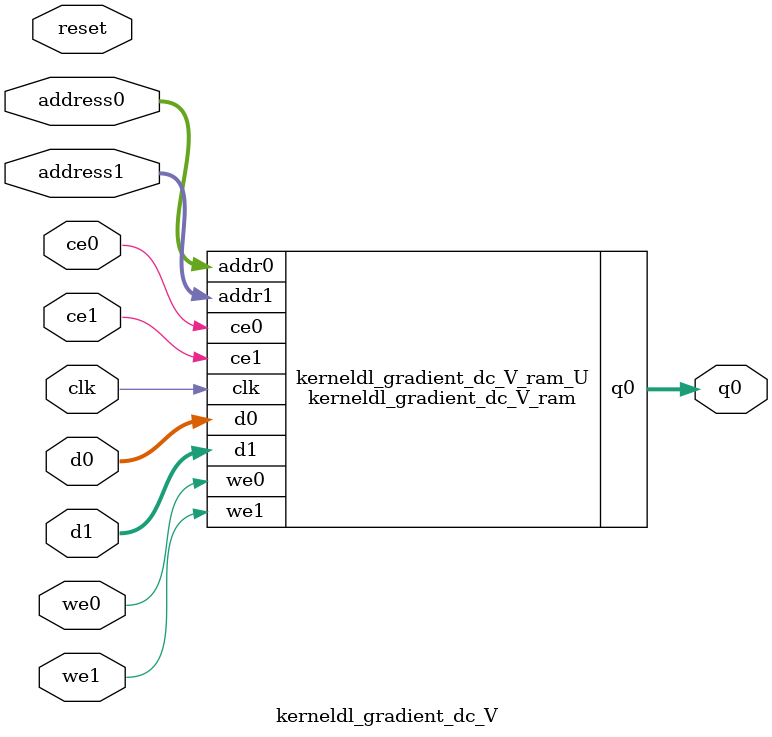
<source format=v>
`timescale 1 ns / 1 ps
module kerneldl_gradient_dc_V_ram (addr0, ce0, d0, we0, q0, addr1, ce1, d1, we1,  clk);

parameter DWIDTH = 16;
parameter AWIDTH = 9;
parameter MEM_SIZE = 320;

input[AWIDTH-1:0] addr0;
input ce0;
input[DWIDTH-1:0] d0;
input we0;
output reg[DWIDTH-1:0] q0;
input[AWIDTH-1:0] addr1;
input ce1;
input[DWIDTH-1:0] d1;
input we1;
input clk;

(* ram_style = "block" *)reg [DWIDTH-1:0] ram[0:MEM_SIZE-1];




always @(posedge clk)  
begin 
    if (ce0) begin
        if (we0) 
            ram[addr0] <= d0; 
        q0 <= ram[addr0];
    end
end


always @(posedge clk)  
begin 
    if (ce1) begin
        if (we1) 
            ram[addr1] <= d1; 
    end
end


endmodule

`timescale 1 ns / 1 ps
module kerneldl_gradient_dc_V(
    reset,
    clk,
    address0,
    ce0,
    we0,
    d0,
    q0,
    address1,
    ce1,
    we1,
    d1);

parameter DataWidth = 32'd16;
parameter AddressRange = 32'd320;
parameter AddressWidth = 32'd9;
input reset;
input clk;
input[AddressWidth - 1:0] address0;
input ce0;
input we0;
input[DataWidth - 1:0] d0;
output[DataWidth - 1:0] q0;
input[AddressWidth - 1:0] address1;
input ce1;
input we1;
input[DataWidth - 1:0] d1;



kerneldl_gradient_dc_V_ram kerneldl_gradient_dc_V_ram_U(
    .clk( clk ),
    .addr0( address0 ),
    .ce0( ce0 ),
    .we0( we0 ),
    .d0( d0 ),
    .q0( q0 ),
    .addr1( address1 ),
    .ce1( ce1 ),
    .we1( we1 ),
    .d1( d1 ));

endmodule


</source>
